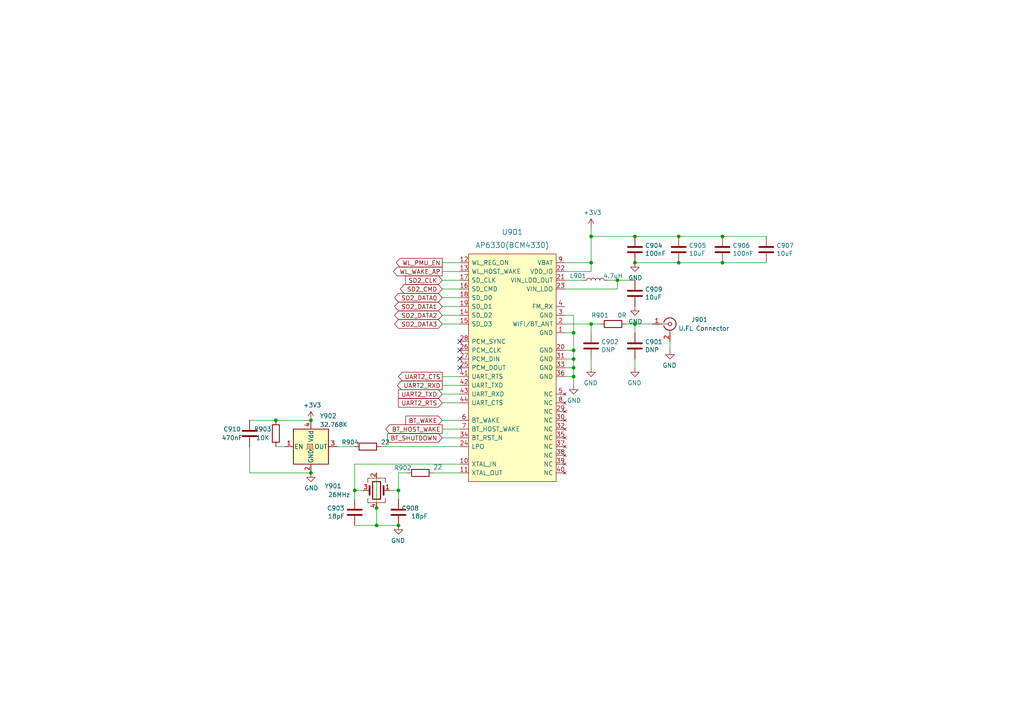
<source format=kicad_sch>
(kicad_sch (version 20210621) (generator eeschema)
  (paper "A4")
  (title_block (title "NekoInk Mainboard") (date "2021-09-28") (rev "R0.2") (company "Copyright 2021 Wenting Zhang") (comment 2 "MERCHANTABILITY, SATISFACTORY QUALITY AND FITNESS FOR A PARTICULAR PURPOSE.") (comment 3 "This source is distributed WITHOUT ANY EXPRESS OR IMPLIED WARRANTY, INCLUDING OF") (comment 4 "This source describes Open Hardware and is licensed under the CERN-OHL-P v2."))
  (lib_symbols
    (symbol "Connector:Conn_Coaxial" (pin_names (offset 1.016) hide)
      (property "Reference" "J" (at 0.254 3.048 0))
      (property "Value" "Conn_Coaxial" (at 2.921 0 90))
      (symbol "Conn_Coaxial_0_1"
        (arc (start -1.778 0.508) (end 1.778 0) (radius (at -0.0508 0) (length 1.8034) (angles 163.6 0)) (stroke (width 0.254)))
        (arc (start 1.778 0) (end -1.778 -0.508) (radius (at -0.0254 0) (length 1.8034) (angles 0 -163.8)) (stroke (width 0.254)))
        (circle (center 0 0) (radius 0.508) (stroke (width 0.2032)))
        (polyline (pts (xy -2.54 0) (xy -0.508 0)))
        (polyline (pts (xy 0 -2.54) (xy 0 -1.778)))
      )
      (symbol "Conn_Coaxial_1_1"
        (pin passive line (at -5.08 0 0) (length 2.54) (name "In") (number "1"))
        (pin passive line (at 0 -5.08 90) (length 2.54) (name "Ext") (number "2"))
      )
    )
    (symbol "Device:C" (pin_numbers hide) (pin_names (offset 0.254))
      (property "Reference" "C" (at 0.635 2.54 0))
      (property "Value" "C" (at 0.635 -2.54 0))
      (symbol "C_0_1"
        (polyline (pts (xy -2.032 -0.762) (xy 2.032 -0.762)) (stroke (width 0.508)))
        (polyline (pts (xy -2.032 0.762) (xy 2.032 0.762)) (stroke (width 0.508)))
      )
      (symbol "C_1_1"
        (pin passive line (at 0 3.81 270) (length 2.794) (name "~") (number "1"))
        (pin passive line (at 0 -3.81 90) (length 2.794) (name "~") (number "2"))
      )
    )
    (symbol "Device:Crystal_GND24" (pin_names (offset 1.016) hide)
      (property "Reference" "Y" (at 3.175 5.08 0))
      (property "Value" "Crystal_GND24" (at 3.175 3.175 0))
      (symbol "Crystal_GND24_0_1"
        (rectangle (start -1.143 2.54) (end 1.143 -2.54) (stroke (width 0.3048)))
        (polyline (pts (xy -2.54 0) (xy -2.032 0)))
        (polyline (pts (xy -2.032 -1.27) (xy -2.032 1.27)) (stroke (width 0.508)))
        (polyline (pts (xy 0 -3.81) (xy 0 -3.556)))
        (polyline (pts (xy 0 3.556) (xy 0 3.81)))
        (polyline (pts (xy 2.032 -1.27) (xy 2.032 1.27)) (stroke (width 0.508)))
        (polyline (pts (xy 2.032 0) (xy 2.54 0)))
        (polyline (pts (xy -2.54 -2.286) (xy -2.54 -3.556) (xy 2.54 -3.556) (xy 2.54 -2.286)))
        (polyline (pts (xy -2.54 2.286) (xy -2.54 3.556) (xy 2.54 3.556) (xy 2.54 2.286)))
      )
      (symbol "Crystal_GND24_1_1"
        (pin passive line (at -3.81 0 0) (length 1.27) (name "1") (number "1"))
        (pin passive line (at 0 5.08 270) (length 1.27) (name "2") (number "2"))
        (pin passive line (at 3.81 0 180) (length 1.27) (name "3") (number "3"))
        (pin passive line (at 0 -5.08 90) (length 1.27) (name "4") (number "4"))
      )
    )
    (symbol "Device:L" (pin_numbers hide) (pin_names (offset 1.016) hide)
      (property "Reference" "L" (at -1.27 0 90))
      (property "Value" "L" (at 1.905 0 90))
      (symbol "L_0_1"
        (arc (start 0 -2.54) (end 0 -1.27) (radius (at 0 -1.905) (length 0.635) (angles -89.9 89.9)))
        (arc (start 0 -1.27) (end 0 0) (radius (at 0 -0.635) (length 0.635) (angles -89.9 89.9)))
        (arc (start 0 0) (end 0 1.27) (radius (at 0 0.635) (length 0.635) (angles -89.9 89.9)))
        (arc (start 0 1.27) (end 0 2.54) (radius (at 0 1.905) (length 0.635) (angles -89.9 89.9)))
      )
      (symbol "L_1_1"
        (pin passive line (at 0 3.81 270) (length 1.27) (name "1") (number "1"))
        (pin passive line (at 0 -3.81 90) (length 1.27) (name "2") (number "2"))
      )
    )
    (symbol "Device:R" (pin_numbers hide) (pin_names (offset 0))
      (property "Reference" "R" (at 2.032 0 90))
      (property "Value" "R" (at 0 0 90))
      (symbol "R_0_1"
        (rectangle (start -1.016 -2.54) (end 1.016 2.54) (stroke (width 0.254)))
      )
      (symbol "R_1_1"
        (pin passive line (at 0 3.81 270) (length 1.27) (name "~") (number "1"))
        (pin passive line (at 0 -3.81 90) (length 1.27) (name "~") (number "2"))
      )
    )
    (symbol "Oscillator:ASE-xxxMHz" (pin_names (offset 0.254))
      (property "Reference" "X" (at -5.08 6.35 0))
      (property "Value" "ASE-xxxMHz" (at 1.27 -6.35 0))
      (symbol "ASE-xxxMHz_0_1"
        (rectangle (start -5.08 5.08) (end 5.08 -5.08) (stroke (width 0.254)) (fill (type background)))
        (polyline (pts (xy -1.27 -0.762) (xy -1.016 -0.762) (xy -1.016 0.762) (xy -0.508 0.762) (xy -0.508 -0.762) (xy 0 -0.762) (xy 0 0.762) (xy 0.508 0.762) (xy 0.508 -0.762) (xy 0.762 -0.762)))
      )
      (symbol "ASE-xxxMHz_1_1"
        (pin input line (at -7.62 0 0) (length 2.54) (name "EN") (number "1"))
        (pin power_in line (at 0 -7.62 90) (length 2.54) (name "GND") (number "2"))
        (pin output line (at 7.62 0 180) (length 2.54) (name "OUT") (number "3"))
        (pin power_in line (at 0 7.62 270) (length 2.54) (name "Vdd") (number "4"))
      )
    )
    (symbol "power:+3V3" (power) (pin_names (offset 0))
      (property "Value" "+3V3" (at 0 3.556 0))
      (symbol "+3V3_0_1"
        (polyline (pts (xy -0.762 1.27) (xy 0 2.54)))
        (polyline (pts (xy 0 0) (xy 0 2.54)))
        (polyline (pts (xy 0 2.54) (xy 0.762 1.27)))
      )
      (symbol "+3V3_1_1"
        (pin power_in line (at 0 0 90) (length 0) hide (name "+3V3") (number "1"))
      )
    )
    (symbol "power:GND" (power) (pin_names (offset 0))
      (property "Value" "GND" (at 0 -3.81 0))
      (symbol "GND_0_1"
        (polyline (pts (xy 0 0) (xy 0 -1.27) (xy 1.27 -1.27) (xy 0 -2.54) (xy -1.27 -1.27) (xy 0 -1.27)))
      )
      (symbol "GND_1_1"
        (pin power_in line (at 0 0 270) (length 0) hide (name "GND") (number "1"))
      )
    )
    (symbol "symbols:AP6330(BCM4330)" (pin_names (offset 0.889))
      (property "Reference" "U" (at -10.16 34.925 0))
      (property "Value" "AP6330(BCM4330)" (at 0 -34.925 0))
      (symbol "AP6330(BCM4330)_0_1"
        (rectangle (start 12.7 33.02) (end -12.7 -33.02) (fill (type background)))
      )
      (symbol "AP6330(BCM4330)_1_1"
        (pin power_in line (at 15.24 10.16 180) (length 2.4892) (name "GND") (number "1"))
        (pin input line (at -15.24 -27.94 0) (length 2.4892) (name "XTAL_IN") (number "10"))
        (pin output line (at -15.24 -30.48 0) (length 2.4892) (name "XTAL_OUT") (number "11"))
        (pin input line (at -15.24 30.48 0) (length 2.4892) (name "WL_REG_ON") (number "12"))
        (pin output line (at -15.24 27.94 0) (length 2.4892) (name "WL_HOST_WAKE") (number "13"))
        (pin bidirectional line (at -15.24 15.24 0) (length 2.4892) (name "SD_D2") (number "14"))
        (pin bidirectional line (at -15.24 12.7 0) (length 2.4892) (name "SD_D3") (number "15"))
        (pin bidirectional line (at -15.24 22.86 0) (length 2.4892) (name "SD_CMD") (number "16"))
        (pin input line (at -15.24 25.4 0) (length 2.4892) (name "SD_CLK") (number "17"))
        (pin bidirectional line (at -15.24 20.32 0) (length 2.4892) (name "SD_D0") (number "18"))
        (pin bidirectional line (at -15.24 17.78 0) (length 2.4892) (name "SD_D1") (number "19"))
        (pin bidirectional line (at 15.24 12.7 180) (length 2.4892) (name "WIFI/BT_ANT") (number "2"))
        (pin power_in line (at 15.24 5.08 180) (length 2.4892) (name "GND") (number "20"))
        (pin power_out line (at 15.24 25.4 180) (length 2.4892) (name "VIN_LDO_OUT") (number "21"))
        (pin power_in line (at 15.24 27.94 180) (length 2.4892) (name "VDD_IO") (number "22"))
        (pin power_in line (at 15.24 22.86 180) (length 2.4892) (name "VIN_LDO") (number "23"))
        (pin bidirectional line (at -15.24 -22.86 0) (length 2.4892) (name "LPO") (number "24"))
        (pin output line (at -15.24 0 0) (length 2.4892) (name "PCM_DOUT") (number "25"))
        (pin input line (at -15.24 5.08 0) (length 2.4892) (name "PCM_CLK") (number "26"))
        (pin input line (at -15.24 2.54 0) (length 2.4892) (name "PCM_DIN") (number "27"))
        (pin input line (at -15.24 7.62 0) (length 2.4892) (name "PCM_SYNC") (number "28"))
        (pin no_connect line (at 15.24 -12.7 180) (length 2.4892) (name "NC") (number "29"))
        (pin power_in line (at 15.24 15.24 180) (length 2.4892) (name "GND") (number "3"))
        (pin no_connect line (at 15.24 -15.24 180) (length 2.4892) (name "NC") (number "30"))
        (pin power_in line (at 15.24 2.54 180) (length 2.4892) (name "GND") (number "31"))
        (pin no_connect line (at 15.24 -17.78 180) (length 2.4892) (name "NC") (number "32"))
        (pin power_in line (at 15.24 0 180) (length 2.4892) (name "GND") (number "33"))
        (pin input line (at -15.24 -20.32 0) (length 2.4892) (name "BT_RST_N") (number "34"))
        (pin no_connect line (at 15.24 -20.32 180) (length 2.4892) (name "NC") (number "35"))
        (pin power_in line (at 15.24 -2.54 180) (length 2.4892) (name "GND") (number "36"))
        (pin no_connect line (at 15.24 -22.86 180) (length 2.4892) (name "NC") (number "37"))
        (pin no_connect line (at 15.24 -25.4 180) (length 2.4892) (name "NC") (number "38"))
        (pin no_connect line (at 15.24 -27.94 180) (length 2.4892) (name "NC") (number "39"))
        (pin input line (at 15.24 17.78 180) (length 2.4892) (name "FM_RX") (number "4"))
        (pin no_connect line (at 15.24 -30.48 180) (length 2.4892) (name "NC") (number "40"))
        (pin output line (at -15.24 -2.54 0) (length 2.4892) (name "UART_RTS") (number "41"))
        (pin output line (at -15.24 -5.08 0) (length 2.4892) (name "UART_TXD") (number "42"))
        (pin input line (at -15.24 -7.62 0) (length 2.4892) (name "UART_RXD") (number "43"))
        (pin input line (at -15.24 -10.16 0) (length 2.4892) (name "UART_CTS") (number "44"))
        (pin no_connect line (at 15.24 -7.62 180) (length 2.4892) (name "NC") (number "5"))
        (pin input line (at -15.24 -15.24 0) (length 2.4892) (name "BT_WAKE") (number "6"))
        (pin output line (at -15.24 -17.78 0) (length 2.4892) (name "BT_HOST_WAKE") (number "7"))
        (pin no_connect line (at 15.24 -10.16 180) (length 2.4892) (name "NC") (number "8"))
        (pin power_in line (at 15.24 30.48 180) (length 2.4892) (name "VBAT") (number "9"))
      )
    )
  )
  (junction (at 80.01 121.92))
  (junction (at 90.17 121.92))
  (junction (at 90.17 137.16))
  (junction (at 102.87 142.24))
  (junction (at 109.22 147.32) (diameter 0.9144))
  (junction (at 109.22 152.4) (diameter 0.9144))
  (junction (at 115.57 142.24) (diameter 0.9144))
  (junction (at 115.57 152.4) (diameter 0.9144))
  (junction (at 166.37 96.52))
  (junction (at 166.37 101.6))
  (junction (at 166.37 104.14) (diameter 0.9144))
  (junction (at 166.37 106.68) (diameter 0.9144))
  (junction (at 166.37 109.22) (diameter 0.9144))
  (junction (at 171.45 68.58))
  (junction (at 171.45 76.2) (diameter 0.9144))
  (junction (at 171.45 93.98) (diameter 0.9144))
  (junction (at 179.07 81.28))
  (junction (at 184.15 68.58))
  (junction (at 184.15 76.2))
  (junction (at 184.15 93.98))
  (junction (at 196.85 68.58))
  (junction (at 196.85 76.2))
  (junction (at 209.55 68.58))
  (junction (at 209.55 76.2))
  (no_connect (at 133.35 99.06))
  (no_connect (at 133.35 101.6))
  (no_connect (at 133.35 104.14))
  (no_connect (at 133.35 106.68))
  (wire (pts (xy 72.39 121.92) (xy 80.01 121.92)))
  (wire (pts (xy 72.39 129.54) (xy 72.39 137.16)))
  (wire (pts (xy 72.39 137.16) (xy 90.17 137.16)))
  (wire (pts (xy 80.01 121.92) (xy 90.17 121.92)))
  (wire (pts (xy 80.01 129.54) (xy 82.55 129.54)))
  (wire (pts (xy 102.87 129.54) (xy 97.79 129.54)))
  (wire (pts (xy 102.87 134.62) (xy 102.87 142.24)))
  (wire (pts (xy 102.87 134.62) (xy 133.35 134.62)))
  (wire (pts (xy 102.87 142.24) (xy 105.41 142.24)))
  (wire (pts (xy 102.87 144.78) (xy 102.87 142.24)))
  (wire (pts (xy 102.87 152.4) (xy 109.22 152.4)))
  (wire (pts (xy 109.22 137.16) (xy 109.22 147.32)))
  (wire (pts (xy 109.22 147.32) (xy 109.22 152.4)))
  (wire (pts (xy 109.22 152.4) (xy 115.57 152.4)))
  (wire (pts (xy 110.49 129.54) (xy 133.35 129.54)))
  (wire (pts (xy 113.03 142.24) (xy 115.57 142.24)))
  (wire (pts (xy 115.57 137.16) (xy 118.11 137.16)))
  (wire (pts (xy 115.57 142.24) (xy 115.57 137.16)))
  (wire (pts (xy 115.57 144.78) (xy 115.57 142.24)))
  (wire (pts (xy 125.73 137.16) (xy 133.35 137.16)))
  (wire (pts (xy 128.27 76.2) (xy 133.35 76.2)))
  (wire (pts (xy 128.27 78.74) (xy 133.35 78.74)))
  (wire (pts (xy 128.27 81.28) (xy 133.35 81.28)))
  (wire (pts (xy 128.27 83.82) (xy 133.35 83.82)))
  (wire (pts (xy 128.27 86.36) (xy 133.35 86.36)))
  (wire (pts (xy 128.27 88.9) (xy 133.35 88.9)))
  (wire (pts (xy 128.27 91.44) (xy 133.35 91.44)))
  (wire (pts (xy 128.27 93.98) (xy 133.35 93.98)))
  (wire (pts (xy 128.27 109.22) (xy 133.35 109.22)))
  (wire (pts (xy 128.27 111.76) (xy 133.35 111.76)))
  (wire (pts (xy 128.27 114.3) (xy 133.35 114.3)))
  (wire (pts (xy 128.27 116.84) (xy 133.35 116.84)))
  (wire (pts (xy 128.27 121.92) (xy 133.35 121.92)))
  (wire (pts (xy 128.27 124.46) (xy 133.35 124.46)))
  (wire (pts (xy 128.27 127) (xy 133.35 127)))
  (wire (pts (xy 163.83 76.2) (xy 171.45 76.2)))
  (wire (pts (xy 163.83 78.74) (xy 171.45 78.74)))
  (wire (pts (xy 163.83 81.28) (xy 168.91 81.28)))
  (wire (pts (xy 163.83 91.44) (xy 166.37 91.44)))
  (wire (pts (xy 163.83 93.98) (xy 171.45 93.98)))
  (wire (pts (xy 163.83 96.52) (xy 166.37 96.52)))
  (wire (pts (xy 163.83 101.6) (xy 166.37 101.6)))
  (wire (pts (xy 163.83 104.14) (xy 166.37 104.14)))
  (wire (pts (xy 163.83 106.68) (xy 166.37 106.68)))
  (wire (pts (xy 163.83 109.22) (xy 166.37 109.22)))
  (wire (pts (xy 166.37 91.44) (xy 166.37 96.52)))
  (wire (pts (xy 166.37 96.52) (xy 166.37 101.6)))
  (wire (pts (xy 166.37 101.6) (xy 166.37 104.14)))
  (wire (pts (xy 166.37 104.14) (xy 166.37 106.68)))
  (wire (pts (xy 166.37 106.68) (xy 166.37 109.22)))
  (wire (pts (xy 166.37 109.22) (xy 166.37 111.76)))
  (wire (pts (xy 171.45 66.04) (xy 171.45 68.58)))
  (wire (pts (xy 171.45 68.58) (xy 171.45 76.2)))
  (wire (pts (xy 171.45 68.58) (xy 184.15 68.58)))
  (wire (pts (xy 171.45 76.2) (xy 171.45 78.74)))
  (wire (pts (xy 171.45 93.98) (xy 173.99 93.98)))
  (wire (pts (xy 171.45 96.52) (xy 171.45 93.98)))
  (wire (pts (xy 171.45 104.14) (xy 171.45 106.68)))
  (wire (pts (xy 176.53 81.28) (xy 179.07 81.28)))
  (wire (pts (xy 179.07 81.28) (xy 179.07 83.82)))
  (wire (pts (xy 179.07 81.28) (xy 184.15 81.28)))
  (wire (pts (xy 179.07 83.82) (xy 163.83 83.82)))
  (wire (pts (xy 181.61 93.98) (xy 184.15 93.98)))
  (wire (pts (xy 184.15 68.58) (xy 196.85 68.58)))
  (wire (pts (xy 184.15 96.52) (xy 184.15 93.98)))
  (wire (pts (xy 184.15 104.14) (xy 184.15 106.68)))
  (wire (pts (xy 189.23 93.98) (xy 184.15 93.98)))
  (wire (pts (xy 194.31 101.6) (xy 194.31 99.06)))
  (wire (pts (xy 196.85 68.58) (xy 209.55 68.58)))
  (wire (pts (xy 196.85 76.2) (xy 184.15 76.2)))
  (wire (pts (xy 196.85 76.2) (xy 209.55 76.2)))
  (wire (pts (xy 209.55 68.58) (xy 222.25 68.58)))
  (wire (pts (xy 222.25 76.2) (xy 209.55 76.2)))
  (global_label "WL_PMU_EN" (shape output) (at 128.27 76.2 180) (property "Intersheet References" "${INTERSHEET_REFS}" (effects hide)))
  (global_label "WL_WAKE_AP" (shape output) (at 128.27 78.74 180) (property "Intersheet References" "${INTERSHEET_REFS}" (effects hide)))
  (global_label "SD2_CLK" (shape input) (at 128.27 81.28 180) (property "Intersheet References" "${INTERSHEET_REFS}" (effects hide)))
  (global_label "SD2_CMD" (shape bidirectional) (at 128.27 83.82 180) (property "Intersheet References" "${INTERSHEET_REFS}" (effects hide)))
  (global_label "SD2_DATA0" (shape bidirectional) (at 128.27 86.36 180) (property "Intersheet References" "${INTERSHEET_REFS}" (effects hide)))
  (global_label "SD2_DATA1" (shape bidirectional) (at 128.27 88.9 180) (property "Intersheet References" "${INTERSHEET_REFS}" (effects hide)))
  (global_label "SD2_DATA2" (shape bidirectional) (at 128.27 91.44 180) (property "Intersheet References" "${INTERSHEET_REFS}" (effects hide)))
  (global_label "SD2_DATA3" (shape bidirectional) (at 128.27 93.98 180) (property "Intersheet References" "${INTERSHEET_REFS}" (effects hide)))
  (global_label "UART2_CTS" (shape output) (at 128.27 109.22 180) (property "Intersheet References" "${INTERSHEET_REFS}" (effects hide)))
  (global_label "UART2_RXD" (shape output) (at 128.27 111.76 180) (property "Intersheet References" "${INTERSHEET_REFS}" (effects hide)))
  (global_label "UART2_TXD" (shape input) (at 128.27 114.3 180) (property "Intersheet References" "${INTERSHEET_REFS}" (effects hide)))
  (global_label "UART2_RTS" (shape input) (at 128.27 116.84 180) (property "Intersheet References" "${INTERSHEET_REFS}" (effects hide)))
  (global_label "BT_WAKE" (shape input) (at 128.27 121.92 180) (property "Intersheet References" "${INTERSHEET_REFS}" (effects hide)))
  (global_label "BT_HOST_WAKE" (shape output) (at 128.27 124.46 180) (property "Intersheet References" "${INTERSHEET_REFS}" (effects hide)))
  (global_label "BT_SHUTDOWN" (shape input) (at 128.27 127 180) (property "Intersheet References" "${INTERSHEET_REFS}" (effects hide)))
  (symbol (lib_id "power:+3V3") (at 90.17 121.92 0) (unit 1)
    (property "Reference" "#PWR0909" (effects hide))
    (property "Value" "+3V3" (at 90.551 117.5258 0))
  )
  (symbol (lib_id "power:+3V3") (at 171.45 66.04 0) (unit 1)
    (property "Reference" "#PWR0906" (effects hide))
    (property "Value" "+3V3" (at 171.831 61.6458 0))
  )
  (symbol (lib_id "power:GND") (at 90.17 137.16 0) (unit 1)
    (property "Reference" "#PWR0910" (effects hide))
    (property "Value" "GND" (at 90.297 141.5542 0))
  )
  (symbol (lib_id "power:GND") (at 115.57 152.4 0) (mirror y) (unit 1)
    (property "Reference" "#PWR0904" (effects hide))
    (property "Value" "GND" (at 115.443 156.7942 0))
  )
  (symbol (lib_id "power:GND") (at 166.37 111.76 0) (unit 1)
    (property "Reference" "#PWR0905" (effects hide))
    (property "Value" "GND" (at 166.497 116.1542 0))
  )
  (symbol (lib_id "power:GND") (at 171.45 106.68 0) (mirror y) (unit 1)
    (property "Reference" "#PWR0903" (effects hide))
    (property "Value" "GND" (at 171.323 111.0742 0))
  )
  (symbol (lib_id "power:GND") (at 184.15 76.2 0) (unit 1)
    (property "Reference" "#PWR0907" (effects hide))
    (property "Value" "GND" (at 184.277 80.5942 0))
  )
  (symbol (lib_id "power:GND") (at 184.15 88.9 0) (unit 1)
    (property "Reference" "#PWR0908" (effects hide))
    (property "Value" "GND" (at 184.277 93.2942 0))
  )
  (symbol (lib_id "power:GND") (at 184.15 106.68 0) (mirror y) (unit 1)
    (property "Reference" "#PWR0902" (effects hide))
    (property "Value" "GND" (at 184.023 111.0742 0))
  )
  (symbol (lib_id "power:GND") (at 194.31 101.6 0) (mirror y) (unit 1)
    (property "Reference" "#PWR0901" (effects hide))
    (property "Value" "GND" (at 194.183 105.9942 0))
  )
  (symbol (lib_id "Device:L") (at 172.72 81.28 90) (unit 1)
    (property "Reference" "L901" (at 167.64 80.01 90))
    (property "Value" "4.7uH" (at 177.8 80.01 90))
    (property "Footprint" "footprints:L_1212" (effects hide))
  )
  (symbol (lib_id "Device:R") (at 80.01 125.73 0) (unit 1)
    (property "Reference" "R903" (at 76.2 124.46 0))
    (property "Value" "10K" (at 76.2 127 0))
    (property "Footprint" "Capacitor_SMD:C_0402_1005Metric" (effects hide))
  )
  (symbol (lib_id "Device:R") (at 106.68 129.54 90) (unit 1)
    (property "Reference" "R904" (at 101.6 128.27 90))
    (property "Value" "22" (at 111.76 128.27 90))
    (property "Footprint" "Capacitor_SMD:C_0402_1005Metric" (effects hide))
  )
  (symbol (lib_id "Device:R") (at 121.92 137.16 90) (mirror x) (unit 1)
    (property "Reference" "R902" (at 116.84 135.7122 90))
    (property "Value" "22" (at 127 135.4836 90))
    (property "Footprint" "Resistor_SMD:R_0402_1005Metric" (effects hide))
  )
  (symbol (lib_id "Device:R") (at 177.8 93.98 270) (unit 1)
    (property "Reference" "R901" (at 171.45 91.44 90) (effects (justify left)))
    (property "Value" "0R" (at 179.07 91.44 90) (effects (justify left)))
    (property "Footprint" "Resistor_SMD:R_0402_1005Metric" (effects hide))
  )
  (symbol (lib_id "Device:C") (at 72.39 125.73 180) (unit 1)
    (property "Reference" "C910" (at 67.31 124.46 0))
    (property "Value" "470nF" (at 67.31 127 0))
    (property "Footprint" "Capacitor_SMD:C_0402_1005Metric" (effects hide))
  )
  (symbol (lib_id "Device:C") (at 102.87 148.59 0) (mirror y) (unit 1)
    (property "Reference" "C903" (at 99.949 147.4216 0) (effects (justify left)))
    (property "Value" "18pF" (at 99.949 149.733 0) (effects (justify left)))
    (property "Footprint" "Capacitor_SMD:C_0402_1005Metric" (effects hide))
  )
  (symbol (lib_id "Device:C") (at 115.57 148.59 0) (mirror y) (unit 1)
    (property "Reference" "C908" (at 121.539 147.4216 0) (effects (justify left)))
    (property "Value" "18pF" (at 124.079 149.733 0) (effects (justify left)))
    (property "Footprint" "Capacitor_SMD:C_0402_1005Metric" (effects hide))
  )
  (symbol (lib_id "Device:C") (at 171.45 100.33 180) (unit 1)
    (property "Reference" "C902" (at 174.371 99.1616 0) (effects (justify right)))
    (property "Value" "DNP" (at 174.371 101.473 0) (effects (justify right)))
    (property "Footprint" "Capacitor_SMD:C_0402_1005Metric" (effects hide))
  )
  (symbol (lib_id "Device:C") (at 184.15 72.39 0) (unit 1)
    (property "Reference" "C904" (at 187.071 71.2216 0) (effects (justify left)))
    (property "Value" "100nF" (at 187.071 73.533 0) (effects (justify left)))
    (property "Footprint" "Capacitor_SMD:C_0402_1005Metric" (effects hide))
  )
  (symbol (lib_id "Device:C") (at 184.15 85.09 0) (unit 1)
    (property "Reference" "C909" (at 187.071 83.9216 0) (effects (justify left)))
    (property "Value" "10uF" (at 187.071 86.233 0) (effects (justify left)))
    (property "Footprint" "Capacitor_SMD:C_0603_1608Metric" (effects hide))
  )
  (symbol (lib_id "Device:C") (at 184.15 100.33 180) (unit 1)
    (property "Reference" "C901" (at 187.071 99.1616 0) (effects (justify right)))
    (property "Value" "DNP" (at 187.071 101.473 0) (effects (justify right)))
    (property "Footprint" "Capacitor_SMD:C_0402_1005Metric" (effects hide))
  )
  (symbol (lib_id "Device:C") (at 196.85 72.39 0) (unit 1)
    (property "Reference" "C905" (at 199.771 71.2216 0) (effects (justify left)))
    (property "Value" "10uF" (at 199.771 73.533 0) (effects (justify left)))
    (property "Footprint" "Capacitor_SMD:C_0603_1608Metric" (effects hide))
  )
  (symbol (lib_id "Device:C") (at 209.55 72.39 0) (unit 1)
    (property "Reference" "C906" (at 212.471 71.2216 0) (effects (justify left)))
    (property "Value" "100nF" (at 212.471 73.533 0) (effects (justify left)))
    (property "Footprint" "Capacitor_SMD:C_0402_1005Metric" (effects hide))
  )
  (symbol (lib_id "Device:C") (at 222.25 72.39 0) (unit 1)
    (property "Reference" "C907" (at 225.171 71.2216 0) (effects (justify left)))
    (property "Value" "10uF" (at 225.171 73.533 0) (effects (justify left)))
    (property "Footprint" "Capacitor_SMD:C_0603_1608Metric" (effects hide))
  )
  (symbol (lib_id "Connector:Conn_Coaxial") (at 194.31 93.98 0) (unit 1)
    (property "Reference" "J901" (at 202.8825 92.71 0))
    (property "Value" "U.FL Connector" (at 204.1525 95.25 0))
    (property "Footprint" "Connector_Coaxial:U.FL_Molex_MCRF_73412-0110_Vertical" (effects hide))
    (property "Datasheet" " ~" (effects hide))
  )
  (symbol (lib_id "Device:Crystal_GND24") (at 109.22 142.24 0) (mirror y) (unit 1)
    (property "Reference" "Y901" (at 99.06 140.97 0) (effects (justify left)))
    (property "Value" "26MHz" (at 101.6 143.51 0) (effects (justify left)))
    (property "Footprint" "Oscillator:Oscillator_SMD_Abracon_ASE-4Pin_3.2x2.5mm" (effects hide))
  )
  (symbol (lib_id "Oscillator:ASE-xxxMHz") (at 90.17 129.54 0) (unit 1)
    (property "Reference" "Y902" (at 92.71 120.65 0) (effects (justify left)))
    (property "Value" "32.768K" (at 92.71 123.19 0) (effects (justify left)))
    (property "Footprint" "Oscillator:Oscillator_SMD_Abracon_ASE-4Pin_3.2x2.5mm" (effects hide))
    (property "Datasheet" "http://www.abracon.com/Oscillators/ASV.pdf" (effects hide))
  )
  (symbol (lib_id "symbols:AP6330(BCM4330)") (at 148.59 106.68 0) (unit 1)
    (property "Reference" "U901" (at 148.59 67.31 0) (effects (font (size 1.524 1.524))))
    (property "Value" "AP6330(BCM4330)" (at 148.59 71.12 0) (effects (font (size 1.524 1.524))))
    (property "Footprint" "footprints:RL-SM02BD(RTL8723BS)" (effects hide))
  )
)
</source>
